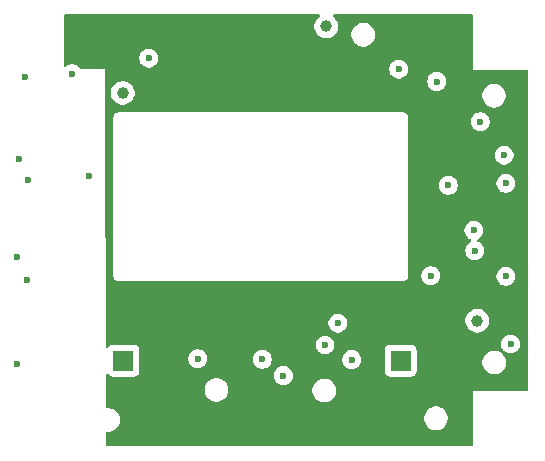
<source format=gbr>
%TF.GenerationSoftware,KiCad,Pcbnew,9.0.6*%
%TF.CreationDate,2025-12-26T20:18:00+00:00*%
%TF.ProjectId,PIDI-BOX-01-FRONTPANEL-1-3TE-A1,50494449-2d42-44f5-982d-30312d46524f,rev?*%
%TF.SameCoordinates,Original*%
%TF.FileFunction,Copper,L3,Inr*%
%TF.FilePolarity,Positive*%
%FSLAX46Y46*%
G04 Gerber Fmt 4.6, Leading zero omitted, Abs format (unit mm)*
G04 Created by KiCad (PCBNEW 9.0.6) date 2025-12-26 20:18:00*
%MOMM*%
%LPD*%
G01*
G04 APERTURE LIST*
%TA.AperFunction,ComponentPad*%
%ADD10R,1.700000X1.700000*%
%TD*%
%TA.AperFunction,ViaPad*%
%ADD11C,0.600000*%
%TD*%
%TA.AperFunction,ViaPad*%
%ADD12C,1.000000*%
%TD*%
G04 APERTURE END LIST*
D10*
%TO.N,N/C*%
%TO.C,REF\u002A\u002A*%
X95275400Y-79476600D03*
%TD*%
%TO.N,N/C*%
%TO.C,REF\u002A\u002A*%
X118745000Y-79476600D03*
%TD*%
D11*
%TO.N,GND*%
X118575000Y-54800000D03*
D12*
X125225000Y-76100000D03*
X95224600Y-56819800D03*
D11*
X101567600Y-79317458D03*
X107035600Y-79372700D03*
X112344200Y-78155800D03*
X86950000Y-55500000D03*
D12*
X112445800Y-51181000D03*
D11*
%TO.N,BUT3G16*%
X121294600Y-72288400D03*
X87096600Y-72694800D03*
%TO.N,/BUT2*%
X86300000Y-70750000D03*
%TO.N,/BUT1*%
X86400000Y-62450000D03*
%TO.N,BUT2G25*%
X87223600Y-64211200D03*
X124950000Y-68450000D03*
X97409000Y-53863800D03*
X92354400Y-63881000D03*
%TO.N,+3.3V*%
X115341400Y-56201471D03*
X100217000Y-51308000D03*
X124815600Y-65930000D03*
%TO.N,BUT1G08*%
X125012500Y-70162500D03*
X90940100Y-55184900D03*
%TO.N,+5V*%
X125500000Y-59250000D03*
X128050000Y-78075000D03*
%TO.N,G9*%
X127660400Y-64465200D03*
X127660400Y-72339200D03*
%TO.N,Net-(U1-C_TR1)*%
X121800000Y-55850000D03*
X113436400Y-76301600D03*
%TO.N,G10*%
X114598350Y-79393950D03*
X127508000Y-62077600D03*
%TO.N,G17*%
X122783600Y-64643000D03*
X108825000Y-80746600D03*
%TO.N,/BUT3*%
X86225000Y-79800000D03*
%TD*%
%TA.AperFunction,Conductor*%
%TO.N,+3.3V*%
G36*
X111845465Y-50170185D02*
G01*
X111891220Y-50222989D01*
X111901164Y-50292147D01*
X111872139Y-50355703D01*
X111847317Y-50377602D01*
X111808017Y-50403860D01*
X111668663Y-50543214D01*
X111668660Y-50543218D01*
X111559171Y-50707079D01*
X111559164Y-50707092D01*
X111483750Y-50889160D01*
X111483747Y-50889170D01*
X111445300Y-51082456D01*
X111445300Y-51082459D01*
X111445300Y-51279541D01*
X111445300Y-51279543D01*
X111445299Y-51279543D01*
X111483747Y-51472829D01*
X111483750Y-51472839D01*
X111559164Y-51654907D01*
X111559171Y-51654920D01*
X111668660Y-51818781D01*
X111668663Y-51818785D01*
X111808014Y-51958136D01*
X111808018Y-51958139D01*
X111971879Y-52067628D01*
X111971892Y-52067635D01*
X112153960Y-52143049D01*
X112153965Y-52143051D01*
X112153969Y-52143051D01*
X112153970Y-52143052D01*
X112347256Y-52181500D01*
X112347259Y-52181500D01*
X112544343Y-52181500D01*
X112674382Y-52155632D01*
X112737635Y-52143051D01*
X112919714Y-52067632D01*
X113083582Y-51958139D01*
X113222939Y-51818782D01*
X113234516Y-51801455D01*
X114574502Y-51801455D01*
X114574502Y-51998544D01*
X114612949Y-52191827D01*
X114612952Y-52191839D01*
X114688366Y-52373907D01*
X114688373Y-52373920D01*
X114797861Y-52537779D01*
X114797864Y-52537783D01*
X114937216Y-52677135D01*
X114937220Y-52677138D01*
X115101079Y-52786626D01*
X115101092Y-52786633D01*
X115261304Y-52852994D01*
X115283165Y-52862049D01*
X115476455Y-52900497D01*
X115476458Y-52900498D01*
X115476460Y-52900498D01*
X115673542Y-52900498D01*
X115673543Y-52900497D01*
X115866835Y-52862049D01*
X116048914Y-52786630D01*
X116212780Y-52677138D01*
X116352138Y-52537780D01*
X116461630Y-52373914D01*
X116537049Y-52191835D01*
X116575498Y-51998540D01*
X116575498Y-51801460D01*
X116575498Y-51801457D01*
X116575497Y-51801455D01*
X116546348Y-51654914D01*
X116537049Y-51608165D01*
X116480994Y-51472835D01*
X116461633Y-51426092D01*
X116461626Y-51426079D01*
X116352138Y-51262220D01*
X116352135Y-51262216D01*
X116212783Y-51122864D01*
X116212779Y-51122861D01*
X116048920Y-51013373D01*
X116048907Y-51013366D01*
X115866839Y-50937952D01*
X115866827Y-50937949D01*
X115673543Y-50899502D01*
X115673540Y-50899502D01*
X115476460Y-50899502D01*
X115476457Y-50899502D01*
X115283172Y-50937949D01*
X115283160Y-50937952D01*
X115101092Y-51013366D01*
X115101079Y-51013373D01*
X114937220Y-51122861D01*
X114937216Y-51122864D01*
X114797864Y-51262216D01*
X114797861Y-51262220D01*
X114688373Y-51426079D01*
X114688366Y-51426092D01*
X114612952Y-51608160D01*
X114612949Y-51608172D01*
X114574502Y-51801455D01*
X113234516Y-51801455D01*
X113250529Y-51777489D01*
X113284616Y-51726477D01*
X113332428Y-51654920D01*
X113332428Y-51654919D01*
X113332432Y-51654914D01*
X113407851Y-51472835D01*
X113446300Y-51279541D01*
X113446300Y-51082459D01*
X113446300Y-51082456D01*
X113407852Y-50889170D01*
X113407851Y-50889169D01*
X113407851Y-50889165D01*
X113407849Y-50889160D01*
X113332435Y-50707092D01*
X113332428Y-50707079D01*
X113222939Y-50543218D01*
X113222936Y-50543214D01*
X113083582Y-50403860D01*
X113044283Y-50377602D01*
X112999478Y-50323990D01*
X112990771Y-50254665D01*
X113020925Y-50191638D01*
X113080368Y-50154918D01*
X113113174Y-50150500D01*
X124748010Y-50150500D01*
X124815049Y-50170185D01*
X124860804Y-50222989D01*
X124872009Y-50275093D01*
X124854461Y-53942644D01*
X124850000Y-54875000D01*
X129425500Y-54875000D01*
X129492539Y-54894685D01*
X129538294Y-54947489D01*
X129549500Y-54999000D01*
X129549500Y-81901000D01*
X129529815Y-81968039D01*
X129477011Y-82013794D01*
X129425500Y-82025000D01*
X124900000Y-82025000D01*
X124887344Y-84644827D01*
X124877772Y-86626099D01*
X124857763Y-86693043D01*
X124804739Y-86738542D01*
X124753773Y-86749500D01*
X93924404Y-86749500D01*
X93857365Y-86729815D01*
X93811610Y-86677011D01*
X93800405Y-86625889D01*
X93797283Y-85630287D01*
X93816757Y-85563186D01*
X93869417Y-85517266D01*
X93921282Y-85505898D01*
X94081342Y-85505898D01*
X94081343Y-85505897D01*
X94274635Y-85467449D01*
X94456714Y-85392030D01*
X94620580Y-85282538D01*
X94759938Y-85143180D01*
X94869430Y-84979314D01*
X94944849Y-84797235D01*
X94983298Y-84603940D01*
X94983298Y-84406860D01*
X94983298Y-84406857D01*
X94956584Y-84272560D01*
X94956584Y-84272559D01*
X94952983Y-84254455D01*
X120741902Y-84254455D01*
X120741902Y-84451544D01*
X120780349Y-84644827D01*
X120780352Y-84644839D01*
X120855766Y-84826907D01*
X120855773Y-84826920D01*
X120965261Y-84990779D01*
X120965264Y-84990783D01*
X121104616Y-85130135D01*
X121104620Y-85130138D01*
X121268479Y-85239626D01*
X121268492Y-85239633D01*
X121450560Y-85315047D01*
X121450565Y-85315049D01*
X121643855Y-85353497D01*
X121643858Y-85353498D01*
X121643860Y-85353498D01*
X121840942Y-85353498D01*
X121840943Y-85353497D01*
X122034235Y-85315049D01*
X122216314Y-85239630D01*
X122380180Y-85130138D01*
X122519538Y-84990780D01*
X122629030Y-84826914D01*
X122704449Y-84644835D01*
X122742898Y-84451540D01*
X122742898Y-84254460D01*
X122742898Y-84254457D01*
X122742897Y-84254455D01*
X122704450Y-84061172D01*
X122704449Y-84061165D01*
X122692153Y-84031479D01*
X122629033Y-83879092D01*
X122629026Y-83879079D01*
X122519538Y-83715220D01*
X122519535Y-83715216D01*
X122380183Y-83575864D01*
X122380179Y-83575861D01*
X122216320Y-83466373D01*
X122216307Y-83466366D01*
X122034239Y-83390952D01*
X122034227Y-83390949D01*
X121840943Y-83352502D01*
X121840940Y-83352502D01*
X121643860Y-83352502D01*
X121643857Y-83352502D01*
X121450572Y-83390949D01*
X121450560Y-83390952D01*
X121268492Y-83466366D01*
X121268479Y-83466373D01*
X121104620Y-83575861D01*
X121104616Y-83575864D01*
X120965264Y-83715216D01*
X120965261Y-83715220D01*
X120855773Y-83879079D01*
X120855766Y-83879092D01*
X120780352Y-84061160D01*
X120780349Y-84061172D01*
X120741902Y-84254455D01*
X94952983Y-84254455D01*
X94944850Y-84213572D01*
X94944849Y-84213565D01*
X94944847Y-84213560D01*
X94869433Y-84031492D01*
X94869426Y-84031479D01*
X94759938Y-83867620D01*
X94759935Y-83867616D01*
X94620583Y-83728264D01*
X94620579Y-83728261D01*
X94456720Y-83618773D01*
X94456707Y-83618766D01*
X94274639Y-83543352D01*
X94274627Y-83543349D01*
X94081343Y-83504902D01*
X94081340Y-83504902D01*
X93914229Y-83504902D01*
X93847190Y-83485217D01*
X93801435Y-83432413D01*
X93790230Y-83381291D01*
X93790140Y-83352502D01*
X93785480Y-81866855D01*
X102147702Y-81866855D01*
X102147702Y-82063944D01*
X102186149Y-82257227D01*
X102186152Y-82257239D01*
X102261566Y-82439307D01*
X102261573Y-82439320D01*
X102371061Y-82603179D01*
X102371064Y-82603183D01*
X102510416Y-82742535D01*
X102510420Y-82742538D01*
X102674279Y-82852026D01*
X102674292Y-82852033D01*
X102796936Y-82902833D01*
X102856365Y-82927449D01*
X103049655Y-82965897D01*
X103049658Y-82965898D01*
X103049660Y-82965898D01*
X103246742Y-82965898D01*
X103246743Y-82965897D01*
X103440035Y-82927449D01*
X103622114Y-82852030D01*
X103785980Y-82742538D01*
X103925338Y-82603180D01*
X104034830Y-82439314D01*
X104110249Y-82257235D01*
X104148698Y-82063940D01*
X104148698Y-81917655D01*
X111270302Y-81917655D01*
X111270302Y-82114744D01*
X111308749Y-82308027D01*
X111308752Y-82308039D01*
X111384166Y-82490107D01*
X111384173Y-82490120D01*
X111493661Y-82653979D01*
X111493664Y-82653983D01*
X111633016Y-82793335D01*
X111633020Y-82793338D01*
X111796879Y-82902826D01*
X111796892Y-82902833D01*
X111978960Y-82978247D01*
X111978965Y-82978249D01*
X112172255Y-83016697D01*
X112172258Y-83016698D01*
X112172260Y-83016698D01*
X112369342Y-83016698D01*
X112369343Y-83016697D01*
X112562635Y-82978249D01*
X112744714Y-82902830D01*
X112908580Y-82793338D01*
X113047938Y-82653980D01*
X113157430Y-82490114D01*
X113232849Y-82308035D01*
X113271298Y-82114740D01*
X113271298Y-81917660D01*
X113271298Y-81917657D01*
X113271297Y-81917655D01*
X113261193Y-81866860D01*
X113232849Y-81724365D01*
X113211805Y-81673560D01*
X113157433Y-81542292D01*
X113157426Y-81542279D01*
X113047938Y-81378420D01*
X113047935Y-81378416D01*
X112908583Y-81239064D01*
X112908579Y-81239061D01*
X112744720Y-81129573D01*
X112744707Y-81129566D01*
X112562639Y-81054152D01*
X112562627Y-81054149D01*
X112369343Y-81015702D01*
X112369340Y-81015702D01*
X112172260Y-81015702D01*
X112172257Y-81015702D01*
X111978972Y-81054149D01*
X111978960Y-81054152D01*
X111796892Y-81129566D01*
X111796879Y-81129573D01*
X111633020Y-81239061D01*
X111633016Y-81239064D01*
X111493664Y-81378416D01*
X111493661Y-81378420D01*
X111384173Y-81542279D01*
X111384166Y-81542292D01*
X111308752Y-81724360D01*
X111308749Y-81724372D01*
X111270302Y-81917655D01*
X104148698Y-81917655D01*
X104148698Y-81866860D01*
X104148698Y-81866857D01*
X104148697Y-81866855D01*
X104110250Y-81673572D01*
X104110249Y-81673565D01*
X104057866Y-81547100D01*
X104034833Y-81491492D01*
X104034826Y-81491479D01*
X103925338Y-81327620D01*
X103925335Y-81327616D01*
X103785983Y-81188264D01*
X103785979Y-81188261D01*
X103622120Y-81078773D01*
X103622107Y-81078766D01*
X103440039Y-81003352D01*
X103440027Y-81003349D01*
X103246743Y-80964902D01*
X103246740Y-80964902D01*
X103049660Y-80964902D01*
X103049657Y-80964902D01*
X102856372Y-81003349D01*
X102856360Y-81003352D01*
X102674292Y-81078766D01*
X102674279Y-81078773D01*
X102510420Y-81188261D01*
X102510416Y-81188264D01*
X102371064Y-81327616D01*
X102371061Y-81327620D01*
X102261573Y-81491479D01*
X102261566Y-81491492D01*
X102186152Y-81673560D01*
X102186149Y-81673572D01*
X102147702Y-81866855D01*
X93785480Y-81866855D01*
X93781742Y-80674892D01*
X93801216Y-80607794D01*
X93853876Y-80561874D01*
X93923003Y-80551713D01*
X93986649Y-80580539D01*
X94005007Y-80600194D01*
X94023949Y-80625497D01*
X94060926Y-80674892D01*
X94067855Y-80684147D01*
X94183064Y-80770393D01*
X94183071Y-80770397D01*
X94317917Y-80820691D01*
X94317916Y-80820691D01*
X94324844Y-80821435D01*
X94377527Y-80827100D01*
X96173272Y-80827099D01*
X96232883Y-80820691D01*
X96367731Y-80770396D01*
X96482946Y-80684146D01*
X96495218Y-80667753D01*
X108024500Y-80667753D01*
X108024500Y-80825446D01*
X108055261Y-80980089D01*
X108055264Y-80980101D01*
X108115602Y-81125772D01*
X108115609Y-81125785D01*
X108203210Y-81256888D01*
X108203213Y-81256892D01*
X108314707Y-81368386D01*
X108314711Y-81368389D01*
X108445814Y-81455990D01*
X108445827Y-81455997D01*
X108531521Y-81491492D01*
X108591503Y-81516337D01*
X108721957Y-81542286D01*
X108746153Y-81547099D01*
X108746156Y-81547100D01*
X108746158Y-81547100D01*
X108903844Y-81547100D01*
X108903845Y-81547099D01*
X109058497Y-81516337D01*
X109204179Y-81455994D01*
X109335289Y-81368389D01*
X109446789Y-81256889D01*
X109534394Y-81125779D01*
X109594737Y-80980097D01*
X109625500Y-80825442D01*
X109625500Y-80667758D01*
X109625500Y-80667755D01*
X109625499Y-80667753D01*
X109613572Y-80607794D01*
X109594737Y-80513103D01*
X109562006Y-80434082D01*
X109534397Y-80367427D01*
X109534390Y-80367414D01*
X109446789Y-80236311D01*
X109446786Y-80236307D01*
X109335292Y-80124813D01*
X109335288Y-80124810D01*
X109204185Y-80037209D01*
X109204172Y-80037202D01*
X109058501Y-79976864D01*
X109058489Y-79976861D01*
X108903845Y-79946100D01*
X108903842Y-79946100D01*
X108746158Y-79946100D01*
X108746155Y-79946100D01*
X108591510Y-79976861D01*
X108591498Y-79976864D01*
X108445827Y-80037202D01*
X108445814Y-80037209D01*
X108314711Y-80124810D01*
X108314707Y-80124813D01*
X108203213Y-80236307D01*
X108203210Y-80236311D01*
X108115609Y-80367414D01*
X108115602Y-80367427D01*
X108055264Y-80513098D01*
X108055261Y-80513110D01*
X108024500Y-80667753D01*
X96495218Y-80667753D01*
X96555405Y-80587354D01*
X96555406Y-80587353D01*
X96562126Y-80578374D01*
X96569196Y-80568931D01*
X96619491Y-80434083D01*
X96625900Y-80374473D01*
X96625899Y-79238611D01*
X100767100Y-79238611D01*
X100767100Y-79396304D01*
X100797861Y-79550947D01*
X100797864Y-79550959D01*
X100858202Y-79696630D01*
X100858209Y-79696643D01*
X100945810Y-79827746D01*
X100945813Y-79827750D01*
X101057307Y-79939244D01*
X101057311Y-79939247D01*
X101188414Y-80026848D01*
X101188427Y-80026855D01*
X101321778Y-80082090D01*
X101334103Y-80087195D01*
X101488753Y-80117957D01*
X101488756Y-80117958D01*
X101488758Y-80117958D01*
X101646444Y-80117958D01*
X101646445Y-80117957D01*
X101801097Y-80087195D01*
X101946779Y-80026852D01*
X102077889Y-79939247D01*
X102189389Y-79827747D01*
X102276994Y-79696637D01*
X102337337Y-79550955D01*
X102368100Y-79396300D01*
X102368100Y-79293853D01*
X106235100Y-79293853D01*
X106235100Y-79451546D01*
X106265861Y-79606189D01*
X106265864Y-79606201D01*
X106326202Y-79751872D01*
X106326209Y-79751885D01*
X106413810Y-79882988D01*
X106413813Y-79882992D01*
X106525307Y-79994486D01*
X106525311Y-79994489D01*
X106656414Y-80082090D01*
X106656427Y-80082097D01*
X106802098Y-80142435D01*
X106802103Y-80142437D01*
X106956753Y-80173199D01*
X106956756Y-80173200D01*
X106956758Y-80173200D01*
X107114444Y-80173200D01*
X107114445Y-80173199D01*
X107269097Y-80142437D01*
X107414779Y-80082094D01*
X107545889Y-79994489D01*
X107657389Y-79882989D01*
X107744994Y-79751879D01*
X107805337Y-79606197D01*
X107836100Y-79451542D01*
X107836100Y-79315103D01*
X113797850Y-79315103D01*
X113797850Y-79472796D01*
X113828611Y-79627439D01*
X113828614Y-79627451D01*
X113888952Y-79773122D01*
X113888959Y-79773135D01*
X113976560Y-79904238D01*
X113976563Y-79904242D01*
X114088057Y-80015736D01*
X114088061Y-80015739D01*
X114219164Y-80103340D01*
X114219177Y-80103347D01*
X114364848Y-80163685D01*
X114364853Y-80163687D01*
X114519503Y-80194449D01*
X114519506Y-80194450D01*
X114519508Y-80194450D01*
X114677194Y-80194450D01*
X114677195Y-80194449D01*
X114831847Y-80163687D01*
X114977529Y-80103344D01*
X115108639Y-80015739D01*
X115220139Y-79904239D01*
X115307744Y-79773129D01*
X115316544Y-79751885D01*
X115368085Y-79627451D01*
X115368087Y-79627447D01*
X115398850Y-79472792D01*
X115398850Y-79315108D01*
X115398850Y-79315105D01*
X115398849Y-79315103D01*
X115394622Y-79293853D01*
X115368087Y-79160453D01*
X115336406Y-79083968D01*
X115307747Y-79014777D01*
X115307740Y-79014764D01*
X115220139Y-78883661D01*
X115220136Y-78883657D01*
X115108642Y-78772163D01*
X115108638Y-78772160D01*
X114977529Y-78684555D01*
X114831851Y-78624214D01*
X114831839Y-78624211D01*
X114677195Y-78593450D01*
X114677192Y-78593450D01*
X114519508Y-78593450D01*
X114519505Y-78593450D01*
X114364860Y-78624211D01*
X114364848Y-78624214D01*
X114219177Y-78684552D01*
X114219164Y-78684559D01*
X114088061Y-78772160D01*
X114088057Y-78772163D01*
X113976563Y-78883657D01*
X113976560Y-78883661D01*
X113888959Y-79014764D01*
X113888952Y-79014777D01*
X113828614Y-79160448D01*
X113828611Y-79160460D01*
X113797850Y-79315103D01*
X107836100Y-79315103D01*
X107836100Y-79293858D01*
X107836100Y-79293855D01*
X107836099Y-79293853D01*
X107805337Y-79139203D01*
X107782453Y-79083956D01*
X107744997Y-78993527D01*
X107744990Y-78993514D01*
X107657389Y-78862411D01*
X107657386Y-78862407D01*
X107545892Y-78750913D01*
X107545888Y-78750910D01*
X107414785Y-78663309D01*
X107414772Y-78663302D01*
X107269101Y-78602964D01*
X107269089Y-78602961D01*
X107114445Y-78572200D01*
X107114442Y-78572200D01*
X106956758Y-78572200D01*
X106956755Y-78572200D01*
X106802110Y-78602961D01*
X106802098Y-78602964D01*
X106656427Y-78663302D01*
X106656414Y-78663309D01*
X106525311Y-78750910D01*
X106525307Y-78750913D01*
X106413813Y-78862407D01*
X106413810Y-78862411D01*
X106326209Y-78993514D01*
X106326202Y-78993527D01*
X106265864Y-79139198D01*
X106265861Y-79139210D01*
X106235100Y-79293853D01*
X102368100Y-79293853D01*
X102368100Y-79238616D01*
X102368100Y-79238613D01*
X102368099Y-79238611D01*
X102337337Y-79083961D01*
X102337335Y-79083956D01*
X102276997Y-78938285D01*
X102276990Y-78938272D01*
X102189389Y-78807169D01*
X102189386Y-78807165D01*
X102077892Y-78695671D01*
X102077888Y-78695668D01*
X101946785Y-78608067D01*
X101946772Y-78608060D01*
X101801101Y-78547722D01*
X101801089Y-78547719D01*
X101646445Y-78516958D01*
X101646442Y-78516958D01*
X101488758Y-78516958D01*
X101488755Y-78516958D01*
X101334110Y-78547719D01*
X101334098Y-78547722D01*
X101188427Y-78608060D01*
X101188414Y-78608067D01*
X101057311Y-78695668D01*
X101057307Y-78695671D01*
X100945813Y-78807165D01*
X100945810Y-78807169D01*
X100858209Y-78938272D01*
X100858202Y-78938285D01*
X100797864Y-79083956D01*
X100797861Y-79083968D01*
X100767100Y-79238611D01*
X96625899Y-79238611D01*
X96625899Y-78578728D01*
X96619491Y-78519117D01*
X96571071Y-78389297D01*
X96569197Y-78384271D01*
X96569193Y-78384264D01*
X96482947Y-78269055D01*
X96482944Y-78269052D01*
X96367733Y-78182804D01*
X96367731Y-78182803D01*
X96232882Y-78132508D01*
X96232883Y-78132508D01*
X96173283Y-78126101D01*
X96173281Y-78126100D01*
X96173273Y-78126100D01*
X96173264Y-78126100D01*
X94377529Y-78126100D01*
X94377523Y-78126101D01*
X94317916Y-78132508D01*
X94183071Y-78182802D01*
X94183064Y-78182806D01*
X94067855Y-78269052D01*
X93997525Y-78363000D01*
X93941591Y-78404870D01*
X93871899Y-78409854D01*
X93810576Y-78376368D01*
X93777092Y-78315044D01*
X93774260Y-78289085D01*
X93773595Y-78076953D01*
X111543700Y-78076953D01*
X111543700Y-78234646D01*
X111574461Y-78389289D01*
X111574464Y-78389301D01*
X111634802Y-78534972D01*
X111634809Y-78534985D01*
X111722410Y-78666088D01*
X111722413Y-78666092D01*
X111833907Y-78777586D01*
X111833911Y-78777589D01*
X111965014Y-78865190D01*
X111965027Y-78865197D01*
X112110698Y-78925535D01*
X112110703Y-78925537D01*
X112265353Y-78956299D01*
X112265356Y-78956300D01*
X112265358Y-78956300D01*
X112423044Y-78956300D01*
X112423045Y-78956299D01*
X112577697Y-78925537D01*
X112723379Y-78865194D01*
X112854489Y-78777589D01*
X112965989Y-78666089D01*
X113024357Y-78578735D01*
X117394500Y-78578735D01*
X117394500Y-80374470D01*
X117394501Y-80374476D01*
X117400908Y-80434083D01*
X117451202Y-80568928D01*
X117451206Y-80568935D01*
X117537452Y-80684144D01*
X117537455Y-80684147D01*
X117652664Y-80770393D01*
X117652671Y-80770397D01*
X117787517Y-80820691D01*
X117787516Y-80820691D01*
X117794444Y-80821435D01*
X117847127Y-80827100D01*
X119642872Y-80827099D01*
X119702483Y-80820691D01*
X119837331Y-80770396D01*
X119952546Y-80684146D01*
X120038796Y-80568931D01*
X120089091Y-80434083D01*
X120095500Y-80374473D01*
X120095499Y-79526455D01*
X125671902Y-79526455D01*
X125671902Y-79723544D01*
X125710349Y-79916827D01*
X125710352Y-79916839D01*
X125785766Y-80098907D01*
X125785773Y-80098920D01*
X125895261Y-80262779D01*
X125895264Y-80262783D01*
X126034616Y-80402135D01*
X126034620Y-80402138D01*
X126198479Y-80511626D01*
X126198492Y-80511633D01*
X126364848Y-80580539D01*
X126380565Y-80587049D01*
X126484857Y-80607794D01*
X126573855Y-80625497D01*
X126573858Y-80625498D01*
X126573860Y-80625498D01*
X126770942Y-80625498D01*
X126770943Y-80625497D01*
X126964235Y-80587049D01*
X127146314Y-80511630D01*
X127310180Y-80402138D01*
X127449538Y-80262780D01*
X127559030Y-80098914D01*
X127634449Y-79916835D01*
X127672898Y-79723540D01*
X127672898Y-79526460D01*
X127672898Y-79526457D01*
X127672897Y-79526455D01*
X127671686Y-79520368D01*
X127634449Y-79333165D01*
X127618168Y-79293858D01*
X127559033Y-79151092D01*
X127559026Y-79151079D01*
X127449538Y-78987220D01*
X127449535Y-78987216D01*
X127310183Y-78847864D01*
X127310179Y-78847861D01*
X127146320Y-78738373D01*
X127146307Y-78738366D01*
X126964239Y-78662952D01*
X126964227Y-78662949D01*
X126770943Y-78624502D01*
X126770940Y-78624502D01*
X126573860Y-78624502D01*
X126573857Y-78624502D01*
X126380572Y-78662949D01*
X126380560Y-78662952D01*
X126198492Y-78738366D01*
X126198479Y-78738373D01*
X126034620Y-78847861D01*
X126034616Y-78847864D01*
X125895264Y-78987216D01*
X125895261Y-78987220D01*
X125785773Y-79151079D01*
X125785766Y-79151092D01*
X125710352Y-79333160D01*
X125710349Y-79333172D01*
X125671902Y-79526455D01*
X120095499Y-79526455D01*
X120095499Y-79472796D01*
X120095499Y-78578729D01*
X120095498Y-78578723D01*
X120095497Y-78578716D01*
X120089091Y-78519117D01*
X120040671Y-78389297D01*
X120038797Y-78384271D01*
X120038793Y-78384264D01*
X119952547Y-78269055D01*
X119952544Y-78269052D01*
X119837335Y-78182806D01*
X119837328Y-78182802D01*
X119702482Y-78132508D01*
X119702483Y-78132508D01*
X119642883Y-78126101D01*
X119642881Y-78126100D01*
X119642873Y-78126100D01*
X119642864Y-78126100D01*
X117847129Y-78126100D01*
X117847123Y-78126101D01*
X117787516Y-78132508D01*
X117652671Y-78182802D01*
X117652664Y-78182806D01*
X117537455Y-78269052D01*
X117537452Y-78269055D01*
X117451206Y-78384264D01*
X117451202Y-78384271D01*
X117400908Y-78519117D01*
X117394501Y-78578716D01*
X117394501Y-78578723D01*
X117394500Y-78578735D01*
X113024357Y-78578735D01*
X113053594Y-78534979D01*
X113061059Y-78516958D01*
X113105422Y-78409854D01*
X113113937Y-78389297D01*
X113144700Y-78234642D01*
X113144700Y-78076958D01*
X113144700Y-78076955D01*
X113144699Y-78076953D01*
X113132229Y-78014257D01*
X113128628Y-77996153D01*
X127249500Y-77996153D01*
X127249500Y-78153846D01*
X127280261Y-78308489D01*
X127280264Y-78308501D01*
X127340602Y-78454172D01*
X127340609Y-78454185D01*
X127428210Y-78585288D01*
X127428213Y-78585292D01*
X127539707Y-78696786D01*
X127539711Y-78696789D01*
X127670814Y-78784390D01*
X127670827Y-78784397D01*
X127816498Y-78844735D01*
X127816503Y-78844737D01*
X127919347Y-78865194D01*
X127971153Y-78875499D01*
X127971156Y-78875500D01*
X127971158Y-78875500D01*
X128128844Y-78875500D01*
X128128845Y-78875499D01*
X128283497Y-78844737D01*
X128429179Y-78784394D01*
X128560289Y-78696789D01*
X128671789Y-78585289D01*
X128759394Y-78454179D01*
X128819737Y-78308497D01*
X128850500Y-78153842D01*
X128850500Y-77996158D01*
X128850500Y-77996155D01*
X128850499Y-77996153D01*
X128819737Y-77841503D01*
X128792862Y-77776621D01*
X128759397Y-77695827D01*
X128759390Y-77695814D01*
X128671789Y-77564711D01*
X128671786Y-77564707D01*
X128560292Y-77453213D01*
X128560288Y-77453210D01*
X128429185Y-77365609D01*
X128429172Y-77365602D01*
X128283501Y-77305264D01*
X128283489Y-77305261D01*
X128128845Y-77274500D01*
X128128842Y-77274500D01*
X127971158Y-77274500D01*
X127971155Y-77274500D01*
X127816510Y-77305261D01*
X127816498Y-77305264D01*
X127670827Y-77365602D01*
X127670814Y-77365609D01*
X127539711Y-77453210D01*
X127539707Y-77453213D01*
X127428213Y-77564707D01*
X127428210Y-77564711D01*
X127340609Y-77695814D01*
X127340602Y-77695827D01*
X127280264Y-77841498D01*
X127280261Y-77841510D01*
X127249500Y-77996153D01*
X113128628Y-77996153D01*
X113113938Y-77922308D01*
X113113937Y-77922307D01*
X113113937Y-77922303D01*
X113080467Y-77841498D01*
X113053597Y-77776627D01*
X113053590Y-77776614D01*
X112965989Y-77645511D01*
X112965986Y-77645507D01*
X112854492Y-77534013D01*
X112854488Y-77534010D01*
X112723385Y-77446409D01*
X112723372Y-77446402D01*
X112577701Y-77386064D01*
X112577689Y-77386061D01*
X112423045Y-77355300D01*
X112423042Y-77355300D01*
X112265358Y-77355300D01*
X112265355Y-77355300D01*
X112110710Y-77386061D01*
X112110698Y-77386064D01*
X111965027Y-77446402D01*
X111965014Y-77446409D01*
X111833911Y-77534010D01*
X111833907Y-77534013D01*
X111722413Y-77645507D01*
X111722410Y-77645511D01*
X111634809Y-77776614D01*
X111634802Y-77776627D01*
X111574464Y-77922298D01*
X111574461Y-77922310D01*
X111543700Y-78076953D01*
X93773595Y-78076953D01*
X93767780Y-76222753D01*
X112635900Y-76222753D01*
X112635900Y-76380446D01*
X112666661Y-76535089D01*
X112666664Y-76535101D01*
X112727002Y-76680772D01*
X112727009Y-76680785D01*
X112814610Y-76811888D01*
X112814613Y-76811892D01*
X112926107Y-76923386D01*
X112926111Y-76923389D01*
X113057214Y-77010990D01*
X113057227Y-77010997D01*
X113180484Y-77062051D01*
X113202903Y-77071337D01*
X113349514Y-77100500D01*
X113357553Y-77102099D01*
X113357556Y-77102100D01*
X113357558Y-77102100D01*
X113515244Y-77102100D01*
X113515245Y-77102099D01*
X113669897Y-77071337D01*
X113815579Y-77010994D01*
X113946689Y-76923389D01*
X114058189Y-76811889D01*
X114145794Y-76680779D01*
X114206137Y-76535097D01*
X114236900Y-76380442D01*
X114236900Y-76222758D01*
X114236900Y-76222755D01*
X114236899Y-76222753D01*
X114232083Y-76198543D01*
X124224499Y-76198543D01*
X124262947Y-76391829D01*
X124262950Y-76391839D01*
X124338364Y-76573907D01*
X124338371Y-76573920D01*
X124447860Y-76737781D01*
X124447863Y-76737785D01*
X124587214Y-76877136D01*
X124587218Y-76877139D01*
X124751079Y-76986628D01*
X124751092Y-76986635D01*
X124933160Y-77062049D01*
X124933165Y-77062051D01*
X124933169Y-77062051D01*
X124933170Y-77062052D01*
X125126456Y-77100500D01*
X125126459Y-77100500D01*
X125323543Y-77100500D01*
X125453582Y-77074632D01*
X125516835Y-77062051D01*
X125698914Y-76986632D01*
X125862782Y-76877139D01*
X126002139Y-76737782D01*
X126111632Y-76573914D01*
X126187051Y-76391835D01*
X126220683Y-76222758D01*
X126225500Y-76198543D01*
X126225500Y-76001456D01*
X126187052Y-75808170D01*
X126187051Y-75808169D01*
X126187051Y-75808165D01*
X126180068Y-75791307D01*
X126111635Y-75626092D01*
X126111628Y-75626079D01*
X126002139Y-75462218D01*
X126002136Y-75462214D01*
X125862785Y-75322863D01*
X125862781Y-75322860D01*
X125698920Y-75213371D01*
X125698907Y-75213364D01*
X125516839Y-75137950D01*
X125516829Y-75137947D01*
X125323543Y-75099500D01*
X125323541Y-75099500D01*
X125126459Y-75099500D01*
X125126457Y-75099500D01*
X124933170Y-75137947D01*
X124933160Y-75137950D01*
X124751092Y-75213364D01*
X124751079Y-75213371D01*
X124587218Y-75322860D01*
X124587214Y-75322863D01*
X124447863Y-75462214D01*
X124447860Y-75462218D01*
X124338371Y-75626079D01*
X124338364Y-75626092D01*
X124262950Y-75808160D01*
X124262947Y-75808170D01*
X124224500Y-76001456D01*
X124224500Y-76001459D01*
X124224500Y-76198541D01*
X124224500Y-76198543D01*
X124224499Y-76198543D01*
X114232083Y-76198543D01*
X114206138Y-76068110D01*
X114206137Y-76068103D01*
X114167103Y-75973867D01*
X114145797Y-75922427D01*
X114145790Y-75922414D01*
X114058189Y-75791311D01*
X114058186Y-75791307D01*
X113946692Y-75679813D01*
X113946688Y-75679810D01*
X113815585Y-75592209D01*
X113815572Y-75592202D01*
X113669901Y-75531864D01*
X113669889Y-75531861D01*
X113515245Y-75501100D01*
X113515242Y-75501100D01*
X113357558Y-75501100D01*
X113357555Y-75501100D01*
X113202910Y-75531861D01*
X113202898Y-75531864D01*
X113057227Y-75592202D01*
X113057214Y-75592209D01*
X112926111Y-75679810D01*
X112926107Y-75679813D01*
X112814613Y-75791307D01*
X112814610Y-75791311D01*
X112727009Y-75922414D01*
X112727002Y-75922427D01*
X112666664Y-76068098D01*
X112666661Y-76068110D01*
X112635900Y-76222753D01*
X93767780Y-76222753D01*
X93722689Y-61844098D01*
X93713403Y-58882908D01*
X94404900Y-58882908D01*
X94404900Y-72328891D01*
X94439008Y-72456187D01*
X94471954Y-72513250D01*
X94504900Y-72570314D01*
X94598086Y-72663500D01*
X94712214Y-72729392D01*
X94839508Y-72763500D01*
X94839510Y-72763500D01*
X118929890Y-72763500D01*
X118929892Y-72763500D01*
X119057186Y-72729392D01*
X119171314Y-72663500D01*
X119264500Y-72570314D01*
X119330392Y-72456186D01*
X119364500Y-72328892D01*
X119364500Y-72209553D01*
X120494100Y-72209553D01*
X120494100Y-72367246D01*
X120524861Y-72521889D01*
X120524864Y-72521901D01*
X120585202Y-72667572D01*
X120585209Y-72667585D01*
X120672810Y-72798688D01*
X120672813Y-72798692D01*
X120784307Y-72910186D01*
X120784311Y-72910189D01*
X120915414Y-72997790D01*
X120915427Y-72997797D01*
X121038054Y-73048590D01*
X121061103Y-73058137D01*
X121215753Y-73088899D01*
X121215756Y-73088900D01*
X121215758Y-73088900D01*
X121373444Y-73088900D01*
X121373445Y-73088899D01*
X121528097Y-73058137D01*
X121673779Y-72997794D01*
X121804889Y-72910189D01*
X121916389Y-72798689D01*
X122003994Y-72667579D01*
X122064337Y-72521897D01*
X122095100Y-72367242D01*
X122095100Y-72260353D01*
X126859900Y-72260353D01*
X126859900Y-72418046D01*
X126890661Y-72572689D01*
X126890664Y-72572701D01*
X126951002Y-72718372D01*
X126951009Y-72718385D01*
X127038610Y-72849488D01*
X127038613Y-72849492D01*
X127150107Y-72960986D01*
X127150111Y-72960989D01*
X127281214Y-73048590D01*
X127281227Y-73048597D01*
X127378529Y-73088900D01*
X127426903Y-73108937D01*
X127581553Y-73139699D01*
X127581556Y-73139700D01*
X127581558Y-73139700D01*
X127739244Y-73139700D01*
X127739245Y-73139699D01*
X127893897Y-73108937D01*
X128039579Y-73048594D01*
X128170689Y-72960989D01*
X128282189Y-72849489D01*
X128369794Y-72718379D01*
X128430137Y-72572697D01*
X128460900Y-72418042D01*
X128460900Y-72260358D01*
X128460900Y-72260355D01*
X128460899Y-72260353D01*
X128450795Y-72209558D01*
X128430137Y-72105703D01*
X128409093Y-72054898D01*
X128369797Y-71960027D01*
X128369790Y-71960014D01*
X128282189Y-71828911D01*
X128282186Y-71828907D01*
X128170692Y-71717413D01*
X128170688Y-71717410D01*
X128039585Y-71629809D01*
X128039572Y-71629802D01*
X127893901Y-71569464D01*
X127893889Y-71569461D01*
X127739245Y-71538700D01*
X127739242Y-71538700D01*
X127581558Y-71538700D01*
X127581555Y-71538700D01*
X127426910Y-71569461D01*
X127426898Y-71569464D01*
X127281227Y-71629802D01*
X127281214Y-71629809D01*
X127150111Y-71717410D01*
X127150107Y-71717413D01*
X127038613Y-71828907D01*
X127038610Y-71828911D01*
X126951009Y-71960014D01*
X126951002Y-71960027D01*
X126890664Y-72105698D01*
X126890661Y-72105710D01*
X126859900Y-72260353D01*
X122095100Y-72260353D01*
X122095100Y-72209558D01*
X122095100Y-72209555D01*
X122095099Y-72209553D01*
X122064338Y-72054910D01*
X122064337Y-72054903D01*
X122064335Y-72054898D01*
X122003997Y-71909227D01*
X122003990Y-71909214D01*
X121916389Y-71778111D01*
X121916386Y-71778107D01*
X121804892Y-71666613D01*
X121804888Y-71666610D01*
X121673785Y-71579009D01*
X121673772Y-71579002D01*
X121528101Y-71518664D01*
X121528089Y-71518661D01*
X121373445Y-71487900D01*
X121373442Y-71487900D01*
X121215758Y-71487900D01*
X121215755Y-71487900D01*
X121061110Y-71518661D01*
X121061098Y-71518664D01*
X120915427Y-71579002D01*
X120915414Y-71579009D01*
X120784311Y-71666610D01*
X120784307Y-71666613D01*
X120672813Y-71778107D01*
X120672810Y-71778111D01*
X120585209Y-71909214D01*
X120585202Y-71909227D01*
X120524864Y-72054898D01*
X120524861Y-72054910D01*
X120494100Y-72209553D01*
X119364500Y-72209553D01*
X119364500Y-68371153D01*
X124149500Y-68371153D01*
X124149500Y-68528846D01*
X124180261Y-68683489D01*
X124180264Y-68683501D01*
X124240602Y-68829172D01*
X124240609Y-68829185D01*
X124328210Y-68960288D01*
X124328213Y-68960292D01*
X124439707Y-69071786D01*
X124439711Y-69071789D01*
X124570814Y-69159390D01*
X124570827Y-69159397D01*
X124680037Y-69204633D01*
X124734441Y-69248474D01*
X124756506Y-69314768D01*
X124739227Y-69382467D01*
X124688090Y-69430078D01*
X124680038Y-69433755D01*
X124633323Y-69453104D01*
X124633314Y-69453109D01*
X124502211Y-69540710D01*
X124502207Y-69540713D01*
X124390713Y-69652207D01*
X124390710Y-69652211D01*
X124303109Y-69783314D01*
X124303102Y-69783327D01*
X124242764Y-69928998D01*
X124242761Y-69929010D01*
X124212000Y-70083653D01*
X124212000Y-70241346D01*
X124242761Y-70395989D01*
X124242764Y-70396001D01*
X124303102Y-70541672D01*
X124303109Y-70541685D01*
X124390710Y-70672788D01*
X124390713Y-70672792D01*
X124502207Y-70784286D01*
X124502211Y-70784289D01*
X124633314Y-70871890D01*
X124633327Y-70871897D01*
X124778998Y-70932235D01*
X124779003Y-70932237D01*
X124933653Y-70962999D01*
X124933656Y-70963000D01*
X124933658Y-70963000D01*
X125091344Y-70963000D01*
X125091345Y-70962999D01*
X125245997Y-70932237D01*
X125391679Y-70871894D01*
X125522789Y-70784289D01*
X125634289Y-70672789D01*
X125721894Y-70541679D01*
X125782237Y-70395997D01*
X125813000Y-70241342D01*
X125813000Y-70083658D01*
X125813000Y-70083655D01*
X125812999Y-70083653D01*
X125782238Y-69929010D01*
X125782237Y-69929003D01*
X125782235Y-69928998D01*
X125721897Y-69783327D01*
X125721890Y-69783314D01*
X125634289Y-69652211D01*
X125634286Y-69652207D01*
X125522792Y-69540713D01*
X125522788Y-69540710D01*
X125391685Y-69453109D01*
X125391675Y-69453104D01*
X125282461Y-69407866D01*
X125228058Y-69364025D01*
X125205993Y-69297731D01*
X125223272Y-69230031D01*
X125274410Y-69182421D01*
X125282444Y-69178752D01*
X125329179Y-69159394D01*
X125460289Y-69071789D01*
X125571789Y-68960289D01*
X125659394Y-68829179D01*
X125719737Y-68683497D01*
X125750500Y-68528842D01*
X125750500Y-68371158D01*
X125750500Y-68371155D01*
X125750499Y-68371153D01*
X125719738Y-68216510D01*
X125719737Y-68216503D01*
X125719735Y-68216498D01*
X125659397Y-68070827D01*
X125659390Y-68070814D01*
X125571789Y-67939711D01*
X125571786Y-67939707D01*
X125460292Y-67828213D01*
X125460288Y-67828210D01*
X125329185Y-67740609D01*
X125329172Y-67740602D01*
X125183501Y-67680264D01*
X125183489Y-67680261D01*
X125028845Y-67649500D01*
X125028842Y-67649500D01*
X124871158Y-67649500D01*
X124871155Y-67649500D01*
X124716510Y-67680261D01*
X124716498Y-67680264D01*
X124570827Y-67740602D01*
X124570814Y-67740609D01*
X124439711Y-67828210D01*
X124439707Y-67828213D01*
X124328213Y-67939707D01*
X124328210Y-67939711D01*
X124240609Y-68070814D01*
X124240602Y-68070827D01*
X124180264Y-68216498D01*
X124180261Y-68216510D01*
X124149500Y-68371153D01*
X119364500Y-68371153D01*
X119364500Y-64564153D01*
X121983100Y-64564153D01*
X121983100Y-64721846D01*
X122013861Y-64876489D01*
X122013864Y-64876501D01*
X122074202Y-65022172D01*
X122074209Y-65022185D01*
X122161810Y-65153288D01*
X122161813Y-65153292D01*
X122273307Y-65264786D01*
X122273311Y-65264789D01*
X122404414Y-65352390D01*
X122404427Y-65352397D01*
X122550098Y-65412735D01*
X122550103Y-65412737D01*
X122704753Y-65443499D01*
X122704756Y-65443500D01*
X122704758Y-65443500D01*
X122862444Y-65443500D01*
X122862445Y-65443499D01*
X123017097Y-65412737D01*
X123162779Y-65352394D01*
X123293889Y-65264789D01*
X123405389Y-65153289D01*
X123492994Y-65022179D01*
X123553337Y-64876497D01*
X123584100Y-64721842D01*
X123584100Y-64564158D01*
X123584100Y-64564155D01*
X123584099Y-64564153D01*
X123553339Y-64409512D01*
X123553338Y-64409509D01*
X123553337Y-64409503D01*
X123543748Y-64386353D01*
X126859900Y-64386353D01*
X126859900Y-64544046D01*
X126890661Y-64698689D01*
X126890664Y-64698701D01*
X126951002Y-64844372D01*
X126951009Y-64844385D01*
X127038610Y-64975488D01*
X127038613Y-64975492D01*
X127150107Y-65086986D01*
X127150111Y-65086989D01*
X127281214Y-65174590D01*
X127281227Y-65174597D01*
X127426898Y-65234935D01*
X127426903Y-65234937D01*
X127576963Y-65264786D01*
X127581553Y-65265699D01*
X127581556Y-65265700D01*
X127581558Y-65265700D01*
X127739244Y-65265700D01*
X127739245Y-65265699D01*
X127893897Y-65234937D01*
X128039579Y-65174594D01*
X128170689Y-65086989D01*
X128282189Y-64975489D01*
X128369794Y-64844379D01*
X128430137Y-64698697D01*
X128460900Y-64544042D01*
X128460900Y-64386358D01*
X128460900Y-64386355D01*
X128460899Y-64386353D01*
X128436527Y-64263827D01*
X128430137Y-64231703D01*
X128430135Y-64231698D01*
X128369797Y-64086027D01*
X128369790Y-64086014D01*
X128282189Y-63954911D01*
X128282186Y-63954907D01*
X128170692Y-63843413D01*
X128170688Y-63843410D01*
X128039585Y-63755809D01*
X128039572Y-63755802D01*
X127893901Y-63695464D01*
X127893889Y-63695461D01*
X127739245Y-63664700D01*
X127739242Y-63664700D01*
X127581558Y-63664700D01*
X127581555Y-63664700D01*
X127426910Y-63695461D01*
X127426898Y-63695464D01*
X127281227Y-63755802D01*
X127281214Y-63755809D01*
X127150111Y-63843410D01*
X127150107Y-63843413D01*
X127038613Y-63954907D01*
X127038610Y-63954911D01*
X126951009Y-64086014D01*
X126951002Y-64086027D01*
X126890664Y-64231698D01*
X126890661Y-64231710D01*
X126859900Y-64386353D01*
X123543748Y-64386353D01*
X123492997Y-64263827D01*
X123492990Y-64263814D01*
X123405389Y-64132711D01*
X123405386Y-64132707D01*
X123293892Y-64021213D01*
X123293888Y-64021210D01*
X123162785Y-63933609D01*
X123162772Y-63933602D01*
X123017101Y-63873264D01*
X123017089Y-63873261D01*
X122862445Y-63842500D01*
X122862442Y-63842500D01*
X122704758Y-63842500D01*
X122704755Y-63842500D01*
X122550110Y-63873261D01*
X122550098Y-63873264D01*
X122404427Y-63933602D01*
X122404414Y-63933609D01*
X122273311Y-64021210D01*
X122273307Y-64021213D01*
X122161813Y-64132707D01*
X122161810Y-64132711D01*
X122074209Y-64263814D01*
X122074202Y-64263827D01*
X122013864Y-64409498D01*
X122013861Y-64409510D01*
X121983100Y-64564153D01*
X119364500Y-64564153D01*
X119364500Y-61998753D01*
X126707500Y-61998753D01*
X126707500Y-62156446D01*
X126738261Y-62311089D01*
X126738264Y-62311101D01*
X126798602Y-62456772D01*
X126798609Y-62456785D01*
X126886210Y-62587888D01*
X126886213Y-62587892D01*
X126997707Y-62699386D01*
X126997711Y-62699389D01*
X127128814Y-62786990D01*
X127128827Y-62786997D01*
X127274498Y-62847335D01*
X127274503Y-62847337D01*
X127429153Y-62878099D01*
X127429156Y-62878100D01*
X127429158Y-62878100D01*
X127586844Y-62878100D01*
X127586845Y-62878099D01*
X127741497Y-62847337D01*
X127887179Y-62786994D01*
X128018289Y-62699389D01*
X128129789Y-62587889D01*
X128217394Y-62456779D01*
X128277737Y-62311097D01*
X128308500Y-62156442D01*
X128308500Y-61998758D01*
X128308500Y-61998755D01*
X128308499Y-61998753D01*
X128277738Y-61844110D01*
X128277737Y-61844103D01*
X128277735Y-61844098D01*
X128217397Y-61698427D01*
X128217390Y-61698414D01*
X128129789Y-61567311D01*
X128129786Y-61567307D01*
X128018292Y-61455813D01*
X128018288Y-61455810D01*
X127887185Y-61368209D01*
X127887172Y-61368202D01*
X127741501Y-61307864D01*
X127741489Y-61307861D01*
X127586845Y-61277100D01*
X127586842Y-61277100D01*
X127429158Y-61277100D01*
X127429155Y-61277100D01*
X127274510Y-61307861D01*
X127274498Y-61307864D01*
X127128827Y-61368202D01*
X127128814Y-61368209D01*
X126997711Y-61455810D01*
X126997707Y-61455813D01*
X126886213Y-61567307D01*
X126886210Y-61567311D01*
X126798609Y-61698414D01*
X126798602Y-61698427D01*
X126738264Y-61844098D01*
X126738261Y-61844110D01*
X126707500Y-61998753D01*
X119364500Y-61998753D01*
X119364500Y-59171153D01*
X124699500Y-59171153D01*
X124699500Y-59328846D01*
X124730261Y-59483489D01*
X124730264Y-59483501D01*
X124790602Y-59629172D01*
X124790609Y-59629185D01*
X124878210Y-59760288D01*
X124878213Y-59760292D01*
X124989707Y-59871786D01*
X124989711Y-59871789D01*
X125120814Y-59959390D01*
X125120827Y-59959397D01*
X125266498Y-60019735D01*
X125266503Y-60019737D01*
X125421153Y-60050499D01*
X125421156Y-60050500D01*
X125421158Y-60050500D01*
X125578844Y-60050500D01*
X125578845Y-60050499D01*
X125733497Y-60019737D01*
X125879179Y-59959394D01*
X126010289Y-59871789D01*
X126121789Y-59760289D01*
X126209394Y-59629179D01*
X126269737Y-59483497D01*
X126300500Y-59328842D01*
X126300500Y-59171158D01*
X126300500Y-59171155D01*
X126300499Y-59171153D01*
X126269738Y-59016510D01*
X126269737Y-59016503D01*
X126269735Y-59016498D01*
X126209397Y-58870827D01*
X126209390Y-58870814D01*
X126121789Y-58739711D01*
X126121786Y-58739707D01*
X126010292Y-58628213D01*
X126010288Y-58628210D01*
X125879185Y-58540609D01*
X125879172Y-58540602D01*
X125733501Y-58480264D01*
X125733489Y-58480261D01*
X125578845Y-58449500D01*
X125578842Y-58449500D01*
X125421158Y-58449500D01*
X125421155Y-58449500D01*
X125266510Y-58480261D01*
X125266498Y-58480264D01*
X125120827Y-58540602D01*
X125120814Y-58540609D01*
X124989711Y-58628210D01*
X124989707Y-58628213D01*
X124878213Y-58739707D01*
X124878210Y-58739711D01*
X124790609Y-58870814D01*
X124790602Y-58870827D01*
X124730264Y-59016498D01*
X124730261Y-59016510D01*
X124699500Y-59171153D01*
X119364500Y-59171153D01*
X119364500Y-58882908D01*
X119330392Y-58755614D01*
X119264500Y-58641486D01*
X119171314Y-58548300D01*
X119114250Y-58515354D01*
X119057187Y-58482408D01*
X118993539Y-58465354D01*
X118929892Y-58448300D01*
X94971292Y-58448300D01*
X94839508Y-58448300D01*
X94712212Y-58482408D01*
X94598086Y-58548300D01*
X94598083Y-58548302D01*
X94504902Y-58641483D01*
X94504900Y-58641486D01*
X94439008Y-58755612D01*
X94404900Y-58882908D01*
X93713403Y-58882908D01*
X93713379Y-58875170D01*
X93707243Y-56918343D01*
X94224099Y-56918343D01*
X94262547Y-57111629D01*
X94262550Y-57111639D01*
X94337964Y-57293707D01*
X94337971Y-57293720D01*
X94447460Y-57457581D01*
X94447463Y-57457585D01*
X94586814Y-57596936D01*
X94586818Y-57596939D01*
X94750679Y-57706428D01*
X94750692Y-57706435D01*
X94932760Y-57781849D01*
X94932765Y-57781851D01*
X94932769Y-57781851D01*
X94932770Y-57781852D01*
X95126056Y-57820300D01*
X95126059Y-57820300D01*
X95323143Y-57820300D01*
X95453182Y-57794432D01*
X95516435Y-57781851D01*
X95698514Y-57706432D01*
X95862382Y-57596939D01*
X96001739Y-57457582D01*
X96111232Y-57293714D01*
X96186651Y-57111635D01*
X96193218Y-57078620D01*
X96218514Y-56951455D01*
X125649502Y-56951455D01*
X125649502Y-57148544D01*
X125687949Y-57341827D01*
X125687952Y-57341839D01*
X125763366Y-57523907D01*
X125763373Y-57523920D01*
X125872861Y-57687779D01*
X125872864Y-57687783D01*
X126012216Y-57827135D01*
X126012220Y-57827138D01*
X126176079Y-57936626D01*
X126176092Y-57936633D01*
X126358160Y-58012047D01*
X126358165Y-58012049D01*
X126551455Y-58050497D01*
X126551458Y-58050498D01*
X126551460Y-58050498D01*
X126748542Y-58050498D01*
X126748543Y-58050497D01*
X126941835Y-58012049D01*
X127123914Y-57936630D01*
X127287780Y-57827138D01*
X127427138Y-57687780D01*
X127536630Y-57523914D01*
X127612049Y-57341835D01*
X127650498Y-57148540D01*
X127650498Y-56951460D01*
X127650498Y-56951457D01*
X127650497Y-56951455D01*
X127612050Y-56758172D01*
X127612049Y-56758165D01*
X127567453Y-56650499D01*
X127536633Y-56576092D01*
X127536626Y-56576079D01*
X127427138Y-56412220D01*
X127427135Y-56412216D01*
X127287783Y-56272864D01*
X127287779Y-56272861D01*
X127123920Y-56163373D01*
X127123907Y-56163366D01*
X126941839Y-56087952D01*
X126941827Y-56087949D01*
X126748543Y-56049502D01*
X126748540Y-56049502D01*
X126551460Y-56049502D01*
X126551457Y-56049502D01*
X126358172Y-56087949D01*
X126358160Y-56087952D01*
X126176092Y-56163366D01*
X126176079Y-56163373D01*
X126012220Y-56272861D01*
X126012216Y-56272864D01*
X125872864Y-56412216D01*
X125872861Y-56412220D01*
X125763373Y-56576079D01*
X125763366Y-56576092D01*
X125687952Y-56758160D01*
X125687949Y-56758172D01*
X125649502Y-56951455D01*
X96218514Y-56951455D01*
X96224537Y-56921176D01*
X96224537Y-56921175D01*
X96225099Y-56918348D01*
X96225100Y-56918343D01*
X96225100Y-56721256D01*
X96186652Y-56527970D01*
X96186651Y-56527969D01*
X96186651Y-56527965D01*
X96186649Y-56527960D01*
X96111235Y-56345892D01*
X96111228Y-56345879D01*
X96001739Y-56182018D01*
X96001736Y-56182014D01*
X95862385Y-56042663D01*
X95862381Y-56042660D01*
X95698520Y-55933171D01*
X95698507Y-55933164D01*
X95569254Y-55879627D01*
X95516435Y-55857749D01*
X95516429Y-55857747D01*
X95323143Y-55819300D01*
X95323141Y-55819300D01*
X95126059Y-55819300D01*
X95126057Y-55819300D01*
X94932770Y-55857747D01*
X94932760Y-55857750D01*
X94750692Y-55933164D01*
X94750679Y-55933171D01*
X94586818Y-56042660D01*
X94586814Y-56042663D01*
X94447463Y-56182014D01*
X94447460Y-56182018D01*
X94337971Y-56345879D01*
X94337964Y-56345892D01*
X94262550Y-56527960D01*
X94262547Y-56527970D01*
X94224100Y-56721256D01*
X94224100Y-56721259D01*
X94224100Y-56918341D01*
X94224100Y-56918343D01*
X94224099Y-56918343D01*
X93707243Y-56918343D01*
X93706607Y-56715556D01*
X93703645Y-55771153D01*
X120999500Y-55771153D01*
X120999500Y-55928846D01*
X121030261Y-56083489D01*
X121030264Y-56083501D01*
X121090602Y-56229172D01*
X121090609Y-56229185D01*
X121178210Y-56360288D01*
X121178213Y-56360292D01*
X121289707Y-56471786D01*
X121289711Y-56471789D01*
X121420814Y-56559390D01*
X121420827Y-56559397D01*
X121566498Y-56619735D01*
X121566503Y-56619737D01*
X121721153Y-56650499D01*
X121721156Y-56650500D01*
X121721158Y-56650500D01*
X121878844Y-56650500D01*
X121878845Y-56650499D01*
X122033497Y-56619737D01*
X122179179Y-56559394D01*
X122310289Y-56471789D01*
X122421789Y-56360289D01*
X122509394Y-56229179D01*
X122569737Y-56083497D01*
X122600500Y-55928842D01*
X122600500Y-55771158D01*
X122600500Y-55771155D01*
X122600499Y-55771153D01*
X122569738Y-55616510D01*
X122569737Y-55616503D01*
X122569735Y-55616498D01*
X122509397Y-55470827D01*
X122509390Y-55470814D01*
X122421789Y-55339711D01*
X122421786Y-55339707D01*
X122310292Y-55228213D01*
X122310288Y-55228210D01*
X122179185Y-55140609D01*
X122179172Y-55140602D01*
X122033501Y-55080264D01*
X122033489Y-55080261D01*
X121878845Y-55049500D01*
X121878842Y-55049500D01*
X121721158Y-55049500D01*
X121721155Y-55049500D01*
X121566510Y-55080261D01*
X121566498Y-55080264D01*
X121420827Y-55140602D01*
X121420814Y-55140609D01*
X121289711Y-55228210D01*
X121289707Y-55228213D01*
X121178213Y-55339707D01*
X121178210Y-55339711D01*
X121090609Y-55470814D01*
X121090602Y-55470827D01*
X121030264Y-55616498D01*
X121030261Y-55616510D01*
X120999500Y-55771153D01*
X93703645Y-55771153D01*
X93700600Y-54800400D01*
X91701552Y-54785790D01*
X91634658Y-54765616D01*
X91599356Y-54730684D01*
X91592988Y-54721153D01*
X117774500Y-54721153D01*
X117774500Y-54878846D01*
X117805261Y-55033489D01*
X117805264Y-55033501D01*
X117865602Y-55179172D01*
X117865609Y-55179185D01*
X117953210Y-55310288D01*
X117953213Y-55310292D01*
X118064707Y-55421786D01*
X118064711Y-55421789D01*
X118195814Y-55509390D01*
X118195827Y-55509397D01*
X118327843Y-55564079D01*
X118341503Y-55569737D01*
X118496153Y-55600499D01*
X118496156Y-55600500D01*
X118496158Y-55600500D01*
X118653844Y-55600500D01*
X118653845Y-55600499D01*
X118808497Y-55569737D01*
X118954179Y-55509394D01*
X119085289Y-55421789D01*
X119196789Y-55310289D01*
X119284394Y-55179179D01*
X119344737Y-55033497D01*
X119375500Y-54878842D01*
X119375500Y-54721158D01*
X119375500Y-54721155D01*
X119375499Y-54721153D01*
X119358071Y-54633537D01*
X119344737Y-54566503D01*
X119344734Y-54566495D01*
X119284397Y-54420827D01*
X119284390Y-54420814D01*
X119196789Y-54289711D01*
X119196786Y-54289707D01*
X119085292Y-54178213D01*
X119085288Y-54178210D01*
X118954185Y-54090609D01*
X118954172Y-54090602D01*
X118808501Y-54030264D01*
X118808489Y-54030261D01*
X118653845Y-53999500D01*
X118653842Y-53999500D01*
X118496158Y-53999500D01*
X118496155Y-53999500D01*
X118341510Y-54030261D01*
X118341498Y-54030264D01*
X118195827Y-54090602D01*
X118195814Y-54090609D01*
X118064711Y-54178210D01*
X118064707Y-54178213D01*
X117953213Y-54289707D01*
X117953210Y-54289711D01*
X117865609Y-54420814D01*
X117865602Y-54420827D01*
X117805266Y-54566495D01*
X117805261Y-54566510D01*
X117774500Y-54721153D01*
X91592988Y-54721153D01*
X91561889Y-54674610D01*
X91450392Y-54563113D01*
X91450388Y-54563110D01*
X91319285Y-54475509D01*
X91319272Y-54475502D01*
X91173601Y-54415164D01*
X91173589Y-54415161D01*
X91018945Y-54384400D01*
X91018942Y-54384400D01*
X90861258Y-54384400D01*
X90861255Y-54384400D01*
X90706610Y-54415161D01*
X90706598Y-54415164D01*
X90560927Y-54475502D01*
X90560914Y-54475509D01*
X90429802Y-54563116D01*
X90427658Y-54564876D01*
X90426316Y-54565445D01*
X90424746Y-54566495D01*
X90424546Y-54566197D01*
X90363347Y-54592185D01*
X90294480Y-54580389D01*
X90242923Y-54533234D01*
X90225000Y-54469018D01*
X90225000Y-53784953D01*
X96608500Y-53784953D01*
X96608500Y-53942646D01*
X96639261Y-54097289D01*
X96639264Y-54097301D01*
X96699602Y-54242972D01*
X96699609Y-54242985D01*
X96787210Y-54374088D01*
X96787213Y-54374092D01*
X96898707Y-54485586D01*
X96898711Y-54485589D01*
X97029814Y-54573190D01*
X97029827Y-54573197D01*
X97175498Y-54633535D01*
X97175503Y-54633537D01*
X97330153Y-54664299D01*
X97330156Y-54664300D01*
X97330158Y-54664300D01*
X97487844Y-54664300D01*
X97487845Y-54664299D01*
X97642497Y-54633537D01*
X97676947Y-54619267D01*
X97722245Y-54600505D01*
X97788172Y-54573197D01*
X97788172Y-54573196D01*
X97788179Y-54573194D01*
X97919289Y-54485589D01*
X98030789Y-54374089D01*
X98118394Y-54242979D01*
X98178737Y-54097297D01*
X98209500Y-53942642D01*
X98209500Y-53784958D01*
X98209500Y-53784955D01*
X98209499Y-53784953D01*
X98178738Y-53630310D01*
X98178737Y-53630303D01*
X98178735Y-53630298D01*
X98118397Y-53484627D01*
X98118390Y-53484614D01*
X98030789Y-53353511D01*
X98030786Y-53353507D01*
X97919292Y-53242013D01*
X97919288Y-53242010D01*
X97788185Y-53154409D01*
X97788172Y-53154402D01*
X97642501Y-53094064D01*
X97642489Y-53094061D01*
X97487845Y-53063300D01*
X97487842Y-53063300D01*
X97330158Y-53063300D01*
X97330155Y-53063300D01*
X97175510Y-53094061D01*
X97175498Y-53094064D01*
X97029827Y-53154402D01*
X97029814Y-53154409D01*
X96898711Y-53242010D01*
X96898707Y-53242013D01*
X96787213Y-53353507D01*
X96787210Y-53353511D01*
X96699609Y-53484614D01*
X96699602Y-53484627D01*
X96639264Y-53630298D01*
X96639261Y-53630310D01*
X96608500Y-53784953D01*
X90225000Y-53784953D01*
X90225000Y-50274500D01*
X90244685Y-50207461D01*
X90297489Y-50161706D01*
X90349000Y-50150500D01*
X111778426Y-50150500D01*
X111845465Y-50170185D01*
G37*
%TD.AperFunction*%
%TD*%
M02*

</source>
